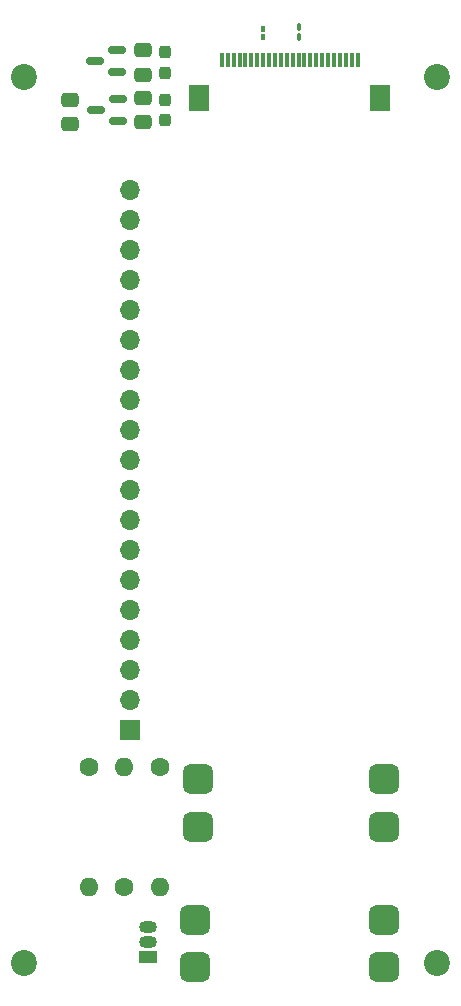
<source format=gts>
G04 #@! TF.GenerationSoftware,KiCad,Pcbnew,(6.0.6)*
G04 #@! TF.CreationDate,2022-07-04T23:45:59+02:00*
G04 #@! TF.ProjectId,vogelhuisje_camera_board,766f6765-6c68-4756-9973-6a655f63616d,rev?*
G04 #@! TF.SameCoordinates,Original*
G04 #@! TF.FileFunction,Soldermask,Top*
G04 #@! TF.FilePolarity,Negative*
%FSLAX46Y46*%
G04 Gerber Fmt 4.6, Leading zero omitted, Abs format (unit mm)*
G04 Created by KiCad (PCBNEW (6.0.6)) date 2022-07-04 23:45:59*
%MOMM*%
%LPD*%
G01*
G04 APERTURE LIST*
G04 Aperture macros list*
%AMRoundRect*
0 Rectangle with rounded corners*
0 $1 Rounding radius*
0 $2 $3 $4 $5 $6 $7 $8 $9 X,Y pos of 4 corners*
0 Add a 4 corners polygon primitive as box body*
4,1,4,$2,$3,$4,$5,$6,$7,$8,$9,$2,$3,0*
0 Add four circle primitives for the rounded corners*
1,1,$1+$1,$2,$3*
1,1,$1+$1,$4,$5*
1,1,$1+$1,$6,$7*
1,1,$1+$1,$8,$9*
0 Add four rect primitives between the rounded corners*
20,1,$1+$1,$2,$3,$4,$5,0*
20,1,$1+$1,$4,$5,$6,$7,0*
20,1,$1+$1,$6,$7,$8,$9,0*
20,1,$1+$1,$8,$9,$2,$3,0*%
G04 Aperture macros list end*
%ADD10C,2.200000*%
%ADD11RoundRect,0.625000X0.675000X0.625000X-0.675000X0.625000X-0.675000X-0.625000X0.675000X-0.625000X0*%
%ADD12RoundRect,0.237500X-0.237500X0.300000X-0.237500X-0.300000X0.237500X-0.300000X0.237500X0.300000X0*%
%ADD13R,1.500000X1.050000*%
%ADD14O,1.500000X1.050000*%
%ADD15RoundRect,0.075000X-0.075000X0.212500X-0.075000X-0.212500X0.075000X-0.212500X0.075000X0.212500X0*%
%ADD16C,1.600000*%
%ADD17O,1.600000X1.600000*%
%ADD18RoundRect,0.150000X0.587500X0.150000X-0.587500X0.150000X-0.587500X-0.150000X0.587500X-0.150000X0*%
%ADD19R,0.300000X1.300000*%
%ADD20R,1.800000X2.200000*%
%ADD21R,1.700000X1.700000*%
%ADD22O,1.700000X1.700000*%
%ADD23RoundRect,0.100000X-0.100000X0.217500X-0.100000X-0.217500X0.100000X-0.217500X0.100000X0.217500X0*%
%ADD24RoundRect,0.250000X-0.475000X0.337500X-0.475000X-0.337500X0.475000X-0.337500X0.475000X0.337500X0*%
G04 APERTURE END LIST*
D10*
X92500000Y-72500000D03*
D11*
X123000000Y-147900000D03*
X123000000Y-143900000D03*
D12*
X104400000Y-74437500D03*
X104400000Y-76162500D03*
D13*
X103000000Y-147000000D03*
D14*
X103000000Y-145730000D03*
X103000000Y-144460000D03*
D15*
X112750000Y-68502500D03*
X112750000Y-69177500D03*
D16*
X101000000Y-141080000D03*
D17*
X101000000Y-130920000D03*
D18*
X100497500Y-76290000D03*
X100497500Y-74390000D03*
X98622500Y-75340000D03*
D16*
X104000000Y-130920000D03*
D17*
X104000000Y-141080000D03*
D10*
X92500000Y-147500000D03*
D11*
X107200000Y-136000000D03*
X107200000Y-132000000D03*
D19*
X109250000Y-71050000D03*
X109750000Y-71050000D03*
X110250000Y-71050000D03*
X110750000Y-71050000D03*
X111250000Y-71050000D03*
X111750000Y-71050000D03*
X112250000Y-71050000D03*
X112750000Y-71050000D03*
X113250000Y-71050000D03*
X113750000Y-71050000D03*
X114250000Y-71050000D03*
X114750000Y-71050000D03*
X115250000Y-71050000D03*
X115750000Y-71050000D03*
X116250000Y-71050000D03*
X116750000Y-71050000D03*
X117250000Y-71050000D03*
X117750000Y-71050000D03*
X118250000Y-71050000D03*
X118750000Y-71050000D03*
X119250000Y-71050000D03*
X119750000Y-71050000D03*
X120250000Y-71050000D03*
X120750000Y-71050000D03*
D20*
X107350000Y-74300000D03*
X122650000Y-74300000D03*
D21*
X101500000Y-127850000D03*
D22*
X101500000Y-125310000D03*
X101500000Y-122770000D03*
X101500000Y-120230000D03*
X101500000Y-117690000D03*
X101500000Y-115150000D03*
X101500000Y-112610000D03*
X101500000Y-110070000D03*
X101500000Y-107530000D03*
X101500000Y-104990000D03*
X101500000Y-102450000D03*
X101500000Y-99910000D03*
X101500000Y-97370000D03*
X101500000Y-94830000D03*
X101500000Y-92290000D03*
X101500000Y-89750000D03*
X101500000Y-87210000D03*
X101500000Y-84670000D03*
X101500000Y-82130000D03*
D16*
X98000000Y-130920000D03*
D17*
X98000000Y-141080000D03*
D23*
X115750000Y-68302500D03*
X115750000Y-69117500D03*
D11*
X123000000Y-136000000D03*
X123000000Y-132000000D03*
D10*
X127500000Y-72500000D03*
D24*
X102600000Y-70262500D03*
X102600000Y-72337500D03*
D18*
X100397500Y-72130000D03*
X100397500Y-70230000D03*
X98522500Y-71180000D03*
D10*
X127500000Y-147500000D03*
D24*
X96400000Y-74462500D03*
X96400000Y-76537500D03*
D11*
X107000000Y-147900000D03*
X107000000Y-143900000D03*
D24*
X102600000Y-74262500D03*
X102600000Y-76337500D03*
D12*
X104460000Y-70437500D03*
X104460000Y-72162500D03*
M02*

</source>
